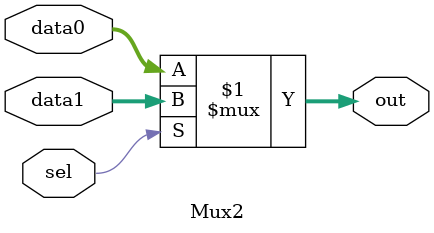
<source format=v>
module Mux2 (
    input sel,
    input [31:0] data1,
    input [31:0] data0,
    output [31:0] out

);

assign out = (sel) ? data1:data0; //1時選data1 0時選data0



endmodule
</source>
